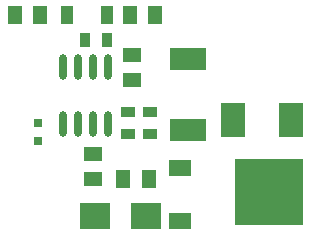
<source format=gbp>
G04*
G04 #@! TF.GenerationSoftware,Altium Limited,Altium Designer,20.2.3 (150)*
G04*
G04 Layer_Color=128*
%FSLAX24Y24*%
%MOIN*%
G70*
G04*
G04 #@! TF.SameCoordinates,C58E96D0-57B0-4EE0-BF03-278DEEB4FD21*
G04*
G04*
G04 #@! TF.FilePolarity,Positive*
G04*
G01*
G75*
%ADD23O,0.0236X0.0866*%
%ADD24R,0.0500X0.0600*%
%ADD25R,0.0354X0.0512*%
%ADD26R,0.0600X0.0500*%
%ADD27R,0.0433X0.0630*%
%ADD28R,0.0512X0.0354*%
%ADD29R,0.0315X0.0315*%
%ADD30R,0.1200X0.0760*%
%ADD31R,0.0787X0.1181*%
%ADD32R,0.1000X0.0900*%
%ADD33R,0.2300X0.2200*%
%ADD34R,0.0720X0.0560*%
D23*
X3600Y4005D02*
D03*
X3100D02*
D03*
X2600D02*
D03*
X2100D02*
D03*
X3600Y5895D02*
D03*
X3100D02*
D03*
X2600D02*
D03*
X2100D02*
D03*
D24*
X1336Y7650D02*
D03*
X496D02*
D03*
X4330D02*
D03*
X5170D02*
D03*
X4955Y2175D02*
D03*
X4115D02*
D03*
D25*
X3574Y6800D02*
D03*
X2826D02*
D03*
D26*
X4400Y6320D02*
D03*
Y5480D02*
D03*
X3100Y2180D02*
D03*
Y3020D02*
D03*
D27*
X3559Y7650D02*
D03*
X2241D02*
D03*
D28*
X4266Y3676D02*
D03*
Y4424D02*
D03*
X5000D02*
D03*
Y3676D02*
D03*
D29*
X1250Y3455D02*
D03*
Y4045D02*
D03*
D30*
X6250Y6180D02*
D03*
Y3820D02*
D03*
D31*
X9700Y4150D02*
D03*
X7750D02*
D03*
D32*
X4850Y950D02*
D03*
X3150D02*
D03*
D33*
X8980Y1750D02*
D03*
D34*
X6000Y2525D02*
D03*
Y775D02*
D03*
M02*

</source>
